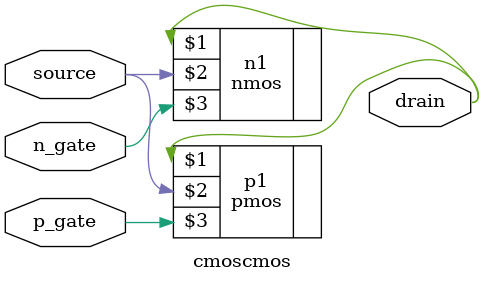
<source format=v>
module cmoscmos (drain,source,n_gate,p_gate);
	input source,n_gate,p_gate;
	output drain;
	pmos p1(drain, source, p_gate);
	nmos n1(drain, source, n_gate);
endmodule

</source>
